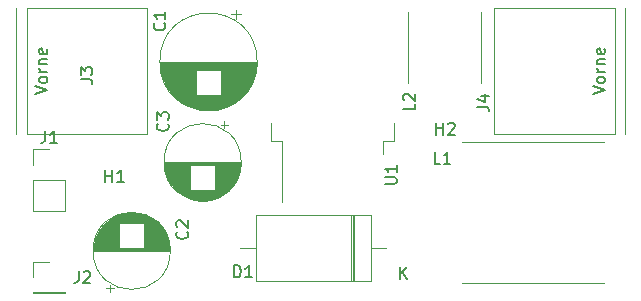
<source format=gbr>
G04 #@! TF.GenerationSoftware,KiCad,Pcbnew,(5.1.5)-3*
G04 #@! TF.CreationDate,2021-03-22T00:26:30+01:00*
G04 #@! TF.ProjectId,12V_to_5V,3132565f-746f-45f3-9556-2e6b69636164,rev?*
G04 #@! TF.SameCoordinates,Original*
G04 #@! TF.FileFunction,Legend,Top*
G04 #@! TF.FilePolarity,Positive*
%FSLAX46Y46*%
G04 Gerber Fmt 4.6, Leading zero omitted, Abs format (unit mm)*
G04 Created by KiCad (PCBNEW (5.1.5)-3) date 2021-03-22 00:26:30*
%MOMM*%
%LPD*%
G04 APERTURE LIST*
%ADD10C,0.120000*%
%ADD11C,0.150000*%
G04 APERTURE END LIST*
D10*
X85670000Y-87170000D02*
X87000000Y-87170000D01*
X85670000Y-88500000D02*
X85670000Y-87170000D01*
X85670000Y-89770000D02*
X88330000Y-89770000D01*
X88330000Y-89770000D02*
X88330000Y-92370000D01*
X85670000Y-89770000D02*
X85670000Y-92370000D01*
X85670000Y-92370000D02*
X88330000Y-92370000D01*
X95300000Y-75150000D02*
X95300000Y-85850000D01*
X95300000Y-85850000D02*
X85100000Y-85850000D01*
X85100000Y-85850000D02*
X85100000Y-75150000D01*
X85100000Y-75150000D02*
X95300000Y-75150000D01*
X84200000Y-85850000D02*
X84200000Y-75150000D01*
X105800000Y-84950000D02*
X105800000Y-86450000D01*
X105800000Y-86450000D02*
X106750000Y-86450000D01*
X106750000Y-86450000D02*
X106750000Y-91575000D01*
X116200000Y-84950000D02*
X116200000Y-86450000D01*
X116200000Y-86450000D02*
X115250000Y-86450000D01*
X115250000Y-86450000D02*
X115250000Y-87550000D01*
X104620000Y-79750000D02*
G75*
G03X104620000Y-79750000I-4120000J0D01*
G01*
X104580000Y-79750000D02*
X96420000Y-79750000D01*
X104580000Y-79790000D02*
X96420000Y-79790000D01*
X104580000Y-79830000D02*
X96420000Y-79830000D01*
X104579000Y-79870000D02*
X96421000Y-79870000D01*
X104577000Y-79910000D02*
X96423000Y-79910000D01*
X104576000Y-79950000D02*
X96424000Y-79950000D01*
X104574000Y-79990000D02*
X96426000Y-79990000D01*
X104571000Y-80030000D02*
X96429000Y-80030000D01*
X104568000Y-80070000D02*
X96432000Y-80070000D01*
X104565000Y-80110000D02*
X96435000Y-80110000D01*
X104561000Y-80150000D02*
X96439000Y-80150000D01*
X104557000Y-80190000D02*
X96443000Y-80190000D01*
X104552000Y-80230000D02*
X96448000Y-80230000D01*
X104548000Y-80270000D02*
X96452000Y-80270000D01*
X104542000Y-80310000D02*
X96458000Y-80310000D01*
X104537000Y-80350000D02*
X96463000Y-80350000D01*
X104530000Y-80390000D02*
X96470000Y-80390000D01*
X104524000Y-80430000D02*
X96476000Y-80430000D01*
X104517000Y-80471000D02*
X101540000Y-80471000D01*
X99460000Y-80471000D02*
X96483000Y-80471000D01*
X104510000Y-80511000D02*
X101540000Y-80511000D01*
X99460000Y-80511000D02*
X96490000Y-80511000D01*
X104502000Y-80551000D02*
X101540000Y-80551000D01*
X99460000Y-80551000D02*
X96498000Y-80551000D01*
X104494000Y-80591000D02*
X101540000Y-80591000D01*
X99460000Y-80591000D02*
X96506000Y-80591000D01*
X104485000Y-80631000D02*
X101540000Y-80631000D01*
X99460000Y-80631000D02*
X96515000Y-80631000D01*
X104476000Y-80671000D02*
X101540000Y-80671000D01*
X99460000Y-80671000D02*
X96524000Y-80671000D01*
X104467000Y-80711000D02*
X101540000Y-80711000D01*
X99460000Y-80711000D02*
X96533000Y-80711000D01*
X104457000Y-80751000D02*
X101540000Y-80751000D01*
X99460000Y-80751000D02*
X96543000Y-80751000D01*
X104447000Y-80791000D02*
X101540000Y-80791000D01*
X99460000Y-80791000D02*
X96553000Y-80791000D01*
X104436000Y-80831000D02*
X101540000Y-80831000D01*
X99460000Y-80831000D02*
X96564000Y-80831000D01*
X104425000Y-80871000D02*
X101540000Y-80871000D01*
X99460000Y-80871000D02*
X96575000Y-80871000D01*
X104414000Y-80911000D02*
X101540000Y-80911000D01*
X99460000Y-80911000D02*
X96586000Y-80911000D01*
X104402000Y-80951000D02*
X101540000Y-80951000D01*
X99460000Y-80951000D02*
X96598000Y-80951000D01*
X104389000Y-80991000D02*
X101540000Y-80991000D01*
X99460000Y-80991000D02*
X96611000Y-80991000D01*
X104377000Y-81031000D02*
X101540000Y-81031000D01*
X99460000Y-81031000D02*
X96623000Y-81031000D01*
X104363000Y-81071000D02*
X101540000Y-81071000D01*
X99460000Y-81071000D02*
X96637000Y-81071000D01*
X104350000Y-81111000D02*
X101540000Y-81111000D01*
X99460000Y-81111000D02*
X96650000Y-81111000D01*
X104335000Y-81151000D02*
X101540000Y-81151000D01*
X99460000Y-81151000D02*
X96665000Y-81151000D01*
X104321000Y-81191000D02*
X101540000Y-81191000D01*
X99460000Y-81191000D02*
X96679000Y-81191000D01*
X104305000Y-81231000D02*
X101540000Y-81231000D01*
X99460000Y-81231000D02*
X96695000Y-81231000D01*
X104290000Y-81271000D02*
X101540000Y-81271000D01*
X99460000Y-81271000D02*
X96710000Y-81271000D01*
X104274000Y-81311000D02*
X101540000Y-81311000D01*
X99460000Y-81311000D02*
X96726000Y-81311000D01*
X104257000Y-81351000D02*
X101540000Y-81351000D01*
X99460000Y-81351000D02*
X96743000Y-81351000D01*
X104240000Y-81391000D02*
X101540000Y-81391000D01*
X99460000Y-81391000D02*
X96760000Y-81391000D01*
X104222000Y-81431000D02*
X101540000Y-81431000D01*
X99460000Y-81431000D02*
X96778000Y-81431000D01*
X104204000Y-81471000D02*
X101540000Y-81471000D01*
X99460000Y-81471000D02*
X96796000Y-81471000D01*
X104186000Y-81511000D02*
X101540000Y-81511000D01*
X99460000Y-81511000D02*
X96814000Y-81511000D01*
X104166000Y-81551000D02*
X101540000Y-81551000D01*
X99460000Y-81551000D02*
X96834000Y-81551000D01*
X104147000Y-81591000D02*
X101540000Y-81591000D01*
X99460000Y-81591000D02*
X96853000Y-81591000D01*
X104127000Y-81631000D02*
X101540000Y-81631000D01*
X99460000Y-81631000D02*
X96873000Y-81631000D01*
X104106000Y-81671000D02*
X101540000Y-81671000D01*
X99460000Y-81671000D02*
X96894000Y-81671000D01*
X104084000Y-81711000D02*
X101540000Y-81711000D01*
X99460000Y-81711000D02*
X96916000Y-81711000D01*
X104062000Y-81751000D02*
X101540000Y-81751000D01*
X99460000Y-81751000D02*
X96938000Y-81751000D01*
X104040000Y-81791000D02*
X101540000Y-81791000D01*
X99460000Y-81791000D02*
X96960000Y-81791000D01*
X104017000Y-81831000D02*
X101540000Y-81831000D01*
X99460000Y-81831000D02*
X96983000Y-81831000D01*
X103993000Y-81871000D02*
X101540000Y-81871000D01*
X99460000Y-81871000D02*
X97007000Y-81871000D01*
X103969000Y-81911000D02*
X101540000Y-81911000D01*
X99460000Y-81911000D02*
X97031000Y-81911000D01*
X103944000Y-81951000D02*
X101540000Y-81951000D01*
X99460000Y-81951000D02*
X97056000Y-81951000D01*
X103918000Y-81991000D02*
X101540000Y-81991000D01*
X99460000Y-81991000D02*
X97082000Y-81991000D01*
X103892000Y-82031000D02*
X101540000Y-82031000D01*
X99460000Y-82031000D02*
X97108000Y-82031000D01*
X103865000Y-82071000D02*
X101540000Y-82071000D01*
X99460000Y-82071000D02*
X97135000Y-82071000D01*
X103838000Y-82111000D02*
X101540000Y-82111000D01*
X99460000Y-82111000D02*
X97162000Y-82111000D01*
X103809000Y-82151000D02*
X101540000Y-82151000D01*
X99460000Y-82151000D02*
X97191000Y-82151000D01*
X103780000Y-82191000D02*
X101540000Y-82191000D01*
X99460000Y-82191000D02*
X97220000Y-82191000D01*
X103750000Y-82231000D02*
X101540000Y-82231000D01*
X99460000Y-82231000D02*
X97250000Y-82231000D01*
X103720000Y-82271000D02*
X101540000Y-82271000D01*
X99460000Y-82271000D02*
X97280000Y-82271000D01*
X103689000Y-82311000D02*
X101540000Y-82311000D01*
X99460000Y-82311000D02*
X97311000Y-82311000D01*
X103656000Y-82351000D02*
X101540000Y-82351000D01*
X99460000Y-82351000D02*
X97344000Y-82351000D01*
X103624000Y-82391000D02*
X101540000Y-82391000D01*
X99460000Y-82391000D02*
X97376000Y-82391000D01*
X103590000Y-82431000D02*
X101540000Y-82431000D01*
X99460000Y-82431000D02*
X97410000Y-82431000D01*
X103555000Y-82471000D02*
X101540000Y-82471000D01*
X99460000Y-82471000D02*
X97445000Y-82471000D01*
X103519000Y-82511000D02*
X101540000Y-82511000D01*
X99460000Y-82511000D02*
X97481000Y-82511000D01*
X103483000Y-82551000D02*
X97517000Y-82551000D01*
X103445000Y-82591000D02*
X97555000Y-82591000D01*
X103407000Y-82631000D02*
X97593000Y-82631000D01*
X103367000Y-82671000D02*
X97633000Y-82671000D01*
X103326000Y-82711000D02*
X97674000Y-82711000D01*
X103284000Y-82751000D02*
X97716000Y-82751000D01*
X103241000Y-82791000D02*
X97759000Y-82791000D01*
X103197000Y-82831000D02*
X97803000Y-82831000D01*
X103151000Y-82871000D02*
X97849000Y-82871000D01*
X103104000Y-82911000D02*
X97896000Y-82911000D01*
X103056000Y-82951000D02*
X97944000Y-82951000D01*
X103005000Y-82991000D02*
X97995000Y-82991000D01*
X102954000Y-83031000D02*
X98046000Y-83031000D01*
X102900000Y-83071000D02*
X98100000Y-83071000D01*
X102845000Y-83111000D02*
X98155000Y-83111000D01*
X102787000Y-83151000D02*
X98213000Y-83151000D01*
X102728000Y-83191000D02*
X98272000Y-83191000D01*
X102666000Y-83231000D02*
X98334000Y-83231000D01*
X102602000Y-83271000D02*
X98398000Y-83271000D01*
X102534000Y-83311000D02*
X98466000Y-83311000D01*
X102464000Y-83351000D02*
X98536000Y-83351000D01*
X102390000Y-83391000D02*
X98610000Y-83391000D01*
X102313000Y-83431000D02*
X98687000Y-83431000D01*
X102231000Y-83471000D02*
X98769000Y-83471000D01*
X102145000Y-83511000D02*
X98855000Y-83511000D01*
X102052000Y-83551000D02*
X98948000Y-83551000D01*
X101953000Y-83591000D02*
X99047000Y-83591000D01*
X101846000Y-83631000D02*
X99154000Y-83631000D01*
X101729000Y-83671000D02*
X99271000Y-83671000D01*
X101598000Y-83711000D02*
X99402000Y-83711000D01*
X101448000Y-83751000D02*
X99552000Y-83751000D01*
X101268000Y-83791000D02*
X99732000Y-83791000D01*
X101033000Y-83831000D02*
X99967000Y-83831000D01*
X102815000Y-75340302D02*
X102815000Y-76140302D01*
X103215000Y-75740302D02*
X102415000Y-75740302D01*
X97270000Y-95750000D02*
G75*
G03X97270000Y-95750000I-3270000J0D01*
G01*
X90770000Y-95750000D02*
X97230000Y-95750000D01*
X90770000Y-95710000D02*
X97230000Y-95710000D01*
X90770000Y-95670000D02*
X97230000Y-95670000D01*
X90772000Y-95630000D02*
X97228000Y-95630000D01*
X90773000Y-95590000D02*
X97227000Y-95590000D01*
X90776000Y-95550000D02*
X97224000Y-95550000D01*
X90778000Y-95510000D02*
X92960000Y-95510000D01*
X95040000Y-95510000D02*
X97222000Y-95510000D01*
X90782000Y-95470000D02*
X92960000Y-95470000D01*
X95040000Y-95470000D02*
X97218000Y-95470000D01*
X90785000Y-95430000D02*
X92960000Y-95430000D01*
X95040000Y-95430000D02*
X97215000Y-95430000D01*
X90789000Y-95390000D02*
X92960000Y-95390000D01*
X95040000Y-95390000D02*
X97211000Y-95390000D01*
X90794000Y-95350000D02*
X92960000Y-95350000D01*
X95040000Y-95350000D02*
X97206000Y-95350000D01*
X90799000Y-95310000D02*
X92960000Y-95310000D01*
X95040000Y-95310000D02*
X97201000Y-95310000D01*
X90805000Y-95270000D02*
X92960000Y-95270000D01*
X95040000Y-95270000D02*
X97195000Y-95270000D01*
X90811000Y-95230000D02*
X92960000Y-95230000D01*
X95040000Y-95230000D02*
X97189000Y-95230000D01*
X90818000Y-95190000D02*
X92960000Y-95190000D01*
X95040000Y-95190000D02*
X97182000Y-95190000D01*
X90825000Y-95150000D02*
X92960000Y-95150000D01*
X95040000Y-95150000D02*
X97175000Y-95150000D01*
X90833000Y-95110000D02*
X92960000Y-95110000D01*
X95040000Y-95110000D02*
X97167000Y-95110000D01*
X90841000Y-95070000D02*
X92960000Y-95070000D01*
X95040000Y-95070000D02*
X97159000Y-95070000D01*
X90850000Y-95029000D02*
X92960000Y-95029000D01*
X95040000Y-95029000D02*
X97150000Y-95029000D01*
X90859000Y-94989000D02*
X92960000Y-94989000D01*
X95040000Y-94989000D02*
X97141000Y-94989000D01*
X90869000Y-94949000D02*
X92960000Y-94949000D01*
X95040000Y-94949000D02*
X97131000Y-94949000D01*
X90879000Y-94909000D02*
X92960000Y-94909000D01*
X95040000Y-94909000D02*
X97121000Y-94909000D01*
X90890000Y-94869000D02*
X92960000Y-94869000D01*
X95040000Y-94869000D02*
X97110000Y-94869000D01*
X90902000Y-94829000D02*
X92960000Y-94829000D01*
X95040000Y-94829000D02*
X97098000Y-94829000D01*
X90914000Y-94789000D02*
X92960000Y-94789000D01*
X95040000Y-94789000D02*
X97086000Y-94789000D01*
X90926000Y-94749000D02*
X92960000Y-94749000D01*
X95040000Y-94749000D02*
X97074000Y-94749000D01*
X90939000Y-94709000D02*
X92960000Y-94709000D01*
X95040000Y-94709000D02*
X97061000Y-94709000D01*
X90953000Y-94669000D02*
X92960000Y-94669000D01*
X95040000Y-94669000D02*
X97047000Y-94669000D01*
X90967000Y-94629000D02*
X92960000Y-94629000D01*
X95040000Y-94629000D02*
X97033000Y-94629000D01*
X90982000Y-94589000D02*
X92960000Y-94589000D01*
X95040000Y-94589000D02*
X97018000Y-94589000D01*
X90998000Y-94549000D02*
X92960000Y-94549000D01*
X95040000Y-94549000D02*
X97002000Y-94549000D01*
X91014000Y-94509000D02*
X92960000Y-94509000D01*
X95040000Y-94509000D02*
X96986000Y-94509000D01*
X91030000Y-94469000D02*
X92960000Y-94469000D01*
X95040000Y-94469000D02*
X96970000Y-94469000D01*
X91048000Y-94429000D02*
X92960000Y-94429000D01*
X95040000Y-94429000D02*
X96952000Y-94429000D01*
X91066000Y-94389000D02*
X92960000Y-94389000D01*
X95040000Y-94389000D02*
X96934000Y-94389000D01*
X91084000Y-94349000D02*
X92960000Y-94349000D01*
X95040000Y-94349000D02*
X96916000Y-94349000D01*
X91104000Y-94309000D02*
X92960000Y-94309000D01*
X95040000Y-94309000D02*
X96896000Y-94309000D01*
X91124000Y-94269000D02*
X92960000Y-94269000D01*
X95040000Y-94269000D02*
X96876000Y-94269000D01*
X91144000Y-94229000D02*
X92960000Y-94229000D01*
X95040000Y-94229000D02*
X96856000Y-94229000D01*
X91166000Y-94189000D02*
X92960000Y-94189000D01*
X95040000Y-94189000D02*
X96834000Y-94189000D01*
X91188000Y-94149000D02*
X92960000Y-94149000D01*
X95040000Y-94149000D02*
X96812000Y-94149000D01*
X91210000Y-94109000D02*
X92960000Y-94109000D01*
X95040000Y-94109000D02*
X96790000Y-94109000D01*
X91234000Y-94069000D02*
X92960000Y-94069000D01*
X95040000Y-94069000D02*
X96766000Y-94069000D01*
X91258000Y-94029000D02*
X92960000Y-94029000D01*
X95040000Y-94029000D02*
X96742000Y-94029000D01*
X91284000Y-93989000D02*
X92960000Y-93989000D01*
X95040000Y-93989000D02*
X96716000Y-93989000D01*
X91310000Y-93949000D02*
X92960000Y-93949000D01*
X95040000Y-93949000D02*
X96690000Y-93949000D01*
X91336000Y-93909000D02*
X92960000Y-93909000D01*
X95040000Y-93909000D02*
X96664000Y-93909000D01*
X91364000Y-93869000D02*
X92960000Y-93869000D01*
X95040000Y-93869000D02*
X96636000Y-93869000D01*
X91393000Y-93829000D02*
X92960000Y-93829000D01*
X95040000Y-93829000D02*
X96607000Y-93829000D01*
X91422000Y-93789000D02*
X92960000Y-93789000D01*
X95040000Y-93789000D02*
X96578000Y-93789000D01*
X91452000Y-93749000D02*
X92960000Y-93749000D01*
X95040000Y-93749000D02*
X96548000Y-93749000D01*
X91484000Y-93709000D02*
X92960000Y-93709000D01*
X95040000Y-93709000D02*
X96516000Y-93709000D01*
X91516000Y-93669000D02*
X92960000Y-93669000D01*
X95040000Y-93669000D02*
X96484000Y-93669000D01*
X91550000Y-93629000D02*
X92960000Y-93629000D01*
X95040000Y-93629000D02*
X96450000Y-93629000D01*
X91584000Y-93589000D02*
X92960000Y-93589000D01*
X95040000Y-93589000D02*
X96416000Y-93589000D01*
X91620000Y-93549000D02*
X92960000Y-93549000D01*
X95040000Y-93549000D02*
X96380000Y-93549000D01*
X91657000Y-93509000D02*
X92960000Y-93509000D01*
X95040000Y-93509000D02*
X96343000Y-93509000D01*
X91695000Y-93469000D02*
X92960000Y-93469000D01*
X95040000Y-93469000D02*
X96305000Y-93469000D01*
X91735000Y-93429000D02*
X96265000Y-93429000D01*
X91776000Y-93389000D02*
X96224000Y-93389000D01*
X91818000Y-93349000D02*
X96182000Y-93349000D01*
X91863000Y-93309000D02*
X96137000Y-93309000D01*
X91908000Y-93269000D02*
X96092000Y-93269000D01*
X91956000Y-93229000D02*
X96044000Y-93229000D01*
X92005000Y-93189000D02*
X95995000Y-93189000D01*
X92056000Y-93149000D02*
X95944000Y-93149000D01*
X92110000Y-93109000D02*
X95890000Y-93109000D01*
X92166000Y-93069000D02*
X95834000Y-93069000D01*
X92224000Y-93029000D02*
X95776000Y-93029000D01*
X92286000Y-92989000D02*
X95714000Y-92989000D01*
X92350000Y-92949000D02*
X95650000Y-92949000D01*
X92419000Y-92909000D02*
X95581000Y-92909000D01*
X92491000Y-92869000D02*
X95509000Y-92869000D01*
X92568000Y-92829000D02*
X95432000Y-92829000D01*
X92650000Y-92789000D02*
X95350000Y-92789000D01*
X92738000Y-92749000D02*
X95262000Y-92749000D01*
X92835000Y-92709000D02*
X95165000Y-92709000D01*
X92941000Y-92669000D02*
X95059000Y-92669000D01*
X93060000Y-92629000D02*
X94940000Y-92629000D01*
X93198000Y-92589000D02*
X94802000Y-92589000D01*
X93367000Y-92549000D02*
X94633000Y-92549000D01*
X93598000Y-92509000D02*
X94402000Y-92509000D01*
X92161000Y-99250241D02*
X92161000Y-98620241D01*
X91846000Y-98935241D02*
X92476000Y-98935241D01*
X102154000Y-85064759D02*
X101524000Y-85064759D01*
X101839000Y-84749759D02*
X101839000Y-85379759D01*
X100402000Y-91491000D02*
X99598000Y-91491000D01*
X100633000Y-91451000D02*
X99367000Y-91451000D01*
X100802000Y-91411000D02*
X99198000Y-91411000D01*
X100940000Y-91371000D02*
X99060000Y-91371000D01*
X101059000Y-91331000D02*
X98941000Y-91331000D01*
X101165000Y-91291000D02*
X98835000Y-91291000D01*
X101262000Y-91251000D02*
X98738000Y-91251000D01*
X101350000Y-91211000D02*
X98650000Y-91211000D01*
X101432000Y-91171000D02*
X98568000Y-91171000D01*
X101509000Y-91131000D02*
X98491000Y-91131000D01*
X101581000Y-91091000D02*
X98419000Y-91091000D01*
X101650000Y-91051000D02*
X98350000Y-91051000D01*
X101714000Y-91011000D02*
X98286000Y-91011000D01*
X101776000Y-90971000D02*
X98224000Y-90971000D01*
X101834000Y-90931000D02*
X98166000Y-90931000D01*
X101890000Y-90891000D02*
X98110000Y-90891000D01*
X101944000Y-90851000D02*
X98056000Y-90851000D01*
X101995000Y-90811000D02*
X98005000Y-90811000D01*
X102044000Y-90771000D02*
X97956000Y-90771000D01*
X102092000Y-90731000D02*
X97908000Y-90731000D01*
X102137000Y-90691000D02*
X97863000Y-90691000D01*
X102182000Y-90651000D02*
X97818000Y-90651000D01*
X102224000Y-90611000D02*
X97776000Y-90611000D01*
X102265000Y-90571000D02*
X97735000Y-90571000D01*
X98960000Y-90531000D02*
X97695000Y-90531000D01*
X102305000Y-90531000D02*
X101040000Y-90531000D01*
X98960000Y-90491000D02*
X97657000Y-90491000D01*
X102343000Y-90491000D02*
X101040000Y-90491000D01*
X98960000Y-90451000D02*
X97620000Y-90451000D01*
X102380000Y-90451000D02*
X101040000Y-90451000D01*
X98960000Y-90411000D02*
X97584000Y-90411000D01*
X102416000Y-90411000D02*
X101040000Y-90411000D01*
X98960000Y-90371000D02*
X97550000Y-90371000D01*
X102450000Y-90371000D02*
X101040000Y-90371000D01*
X98960000Y-90331000D02*
X97516000Y-90331000D01*
X102484000Y-90331000D02*
X101040000Y-90331000D01*
X98960000Y-90291000D02*
X97484000Y-90291000D01*
X102516000Y-90291000D02*
X101040000Y-90291000D01*
X98960000Y-90251000D02*
X97452000Y-90251000D01*
X102548000Y-90251000D02*
X101040000Y-90251000D01*
X98960000Y-90211000D02*
X97422000Y-90211000D01*
X102578000Y-90211000D02*
X101040000Y-90211000D01*
X98960000Y-90171000D02*
X97393000Y-90171000D01*
X102607000Y-90171000D02*
X101040000Y-90171000D01*
X98960000Y-90131000D02*
X97364000Y-90131000D01*
X102636000Y-90131000D02*
X101040000Y-90131000D01*
X98960000Y-90091000D02*
X97336000Y-90091000D01*
X102664000Y-90091000D02*
X101040000Y-90091000D01*
X98960000Y-90051000D02*
X97310000Y-90051000D01*
X102690000Y-90051000D02*
X101040000Y-90051000D01*
X98960000Y-90011000D02*
X97284000Y-90011000D01*
X102716000Y-90011000D02*
X101040000Y-90011000D01*
X98960000Y-89971000D02*
X97258000Y-89971000D01*
X102742000Y-89971000D02*
X101040000Y-89971000D01*
X98960000Y-89931000D02*
X97234000Y-89931000D01*
X102766000Y-89931000D02*
X101040000Y-89931000D01*
X98960000Y-89891000D02*
X97210000Y-89891000D01*
X102790000Y-89891000D02*
X101040000Y-89891000D01*
X98960000Y-89851000D02*
X97188000Y-89851000D01*
X102812000Y-89851000D02*
X101040000Y-89851000D01*
X98960000Y-89811000D02*
X97166000Y-89811000D01*
X102834000Y-89811000D02*
X101040000Y-89811000D01*
X98960000Y-89771000D02*
X97144000Y-89771000D01*
X102856000Y-89771000D02*
X101040000Y-89771000D01*
X98960000Y-89731000D02*
X97124000Y-89731000D01*
X102876000Y-89731000D02*
X101040000Y-89731000D01*
X98960000Y-89691000D02*
X97104000Y-89691000D01*
X102896000Y-89691000D02*
X101040000Y-89691000D01*
X98960000Y-89651000D02*
X97084000Y-89651000D01*
X102916000Y-89651000D02*
X101040000Y-89651000D01*
X98960000Y-89611000D02*
X97066000Y-89611000D01*
X102934000Y-89611000D02*
X101040000Y-89611000D01*
X98960000Y-89571000D02*
X97048000Y-89571000D01*
X102952000Y-89571000D02*
X101040000Y-89571000D01*
X98960000Y-89531000D02*
X97030000Y-89531000D01*
X102970000Y-89531000D02*
X101040000Y-89531000D01*
X98960000Y-89491000D02*
X97014000Y-89491000D01*
X102986000Y-89491000D02*
X101040000Y-89491000D01*
X98960000Y-89451000D02*
X96998000Y-89451000D01*
X103002000Y-89451000D02*
X101040000Y-89451000D01*
X98960000Y-89411000D02*
X96982000Y-89411000D01*
X103018000Y-89411000D02*
X101040000Y-89411000D01*
X98960000Y-89371000D02*
X96967000Y-89371000D01*
X103033000Y-89371000D02*
X101040000Y-89371000D01*
X98960000Y-89331000D02*
X96953000Y-89331000D01*
X103047000Y-89331000D02*
X101040000Y-89331000D01*
X98960000Y-89291000D02*
X96939000Y-89291000D01*
X103061000Y-89291000D02*
X101040000Y-89291000D01*
X98960000Y-89251000D02*
X96926000Y-89251000D01*
X103074000Y-89251000D02*
X101040000Y-89251000D01*
X98960000Y-89211000D02*
X96914000Y-89211000D01*
X103086000Y-89211000D02*
X101040000Y-89211000D01*
X98960000Y-89171000D02*
X96902000Y-89171000D01*
X103098000Y-89171000D02*
X101040000Y-89171000D01*
X98960000Y-89131000D02*
X96890000Y-89131000D01*
X103110000Y-89131000D02*
X101040000Y-89131000D01*
X98960000Y-89091000D02*
X96879000Y-89091000D01*
X103121000Y-89091000D02*
X101040000Y-89091000D01*
X98960000Y-89051000D02*
X96869000Y-89051000D01*
X103131000Y-89051000D02*
X101040000Y-89051000D01*
X98960000Y-89011000D02*
X96859000Y-89011000D01*
X103141000Y-89011000D02*
X101040000Y-89011000D01*
X98960000Y-88971000D02*
X96850000Y-88971000D01*
X103150000Y-88971000D02*
X101040000Y-88971000D01*
X98960000Y-88930000D02*
X96841000Y-88930000D01*
X103159000Y-88930000D02*
X101040000Y-88930000D01*
X98960000Y-88890000D02*
X96833000Y-88890000D01*
X103167000Y-88890000D02*
X101040000Y-88890000D01*
X98960000Y-88850000D02*
X96825000Y-88850000D01*
X103175000Y-88850000D02*
X101040000Y-88850000D01*
X98960000Y-88810000D02*
X96818000Y-88810000D01*
X103182000Y-88810000D02*
X101040000Y-88810000D01*
X98960000Y-88770000D02*
X96811000Y-88770000D01*
X103189000Y-88770000D02*
X101040000Y-88770000D01*
X98960000Y-88730000D02*
X96805000Y-88730000D01*
X103195000Y-88730000D02*
X101040000Y-88730000D01*
X98960000Y-88690000D02*
X96799000Y-88690000D01*
X103201000Y-88690000D02*
X101040000Y-88690000D01*
X98960000Y-88650000D02*
X96794000Y-88650000D01*
X103206000Y-88650000D02*
X101040000Y-88650000D01*
X98960000Y-88610000D02*
X96789000Y-88610000D01*
X103211000Y-88610000D02*
X101040000Y-88610000D01*
X98960000Y-88570000D02*
X96785000Y-88570000D01*
X103215000Y-88570000D02*
X101040000Y-88570000D01*
X98960000Y-88530000D02*
X96782000Y-88530000D01*
X103218000Y-88530000D02*
X101040000Y-88530000D01*
X98960000Y-88490000D02*
X96778000Y-88490000D01*
X103222000Y-88490000D02*
X101040000Y-88490000D01*
X103224000Y-88450000D02*
X96776000Y-88450000D01*
X103227000Y-88410000D02*
X96773000Y-88410000D01*
X103228000Y-88370000D02*
X96772000Y-88370000D01*
X103230000Y-88330000D02*
X96770000Y-88330000D01*
X103230000Y-88290000D02*
X96770000Y-88290000D01*
X103230000Y-88250000D02*
X96770000Y-88250000D01*
X103270000Y-88250000D02*
G75*
G03X103270000Y-88250000I-3270000J0D01*
G01*
X114260000Y-98285000D02*
X114260000Y-92715000D01*
X114260000Y-92715000D02*
X104500000Y-92715000D01*
X104500000Y-92715000D02*
X104500000Y-98285000D01*
X104500000Y-98285000D02*
X114260000Y-98285000D01*
X115560000Y-95500000D02*
X114260000Y-95500000D01*
X103200000Y-95500000D02*
X104500000Y-95500000D01*
X112712000Y-98285000D02*
X112712000Y-92715000D01*
X112592000Y-98285000D02*
X112592000Y-92715000D01*
X112832000Y-98285000D02*
X112832000Y-92715000D01*
X135800000Y-75150000D02*
X135800000Y-85850000D01*
X134900000Y-85850000D02*
X124700000Y-85850000D01*
X134900000Y-75150000D02*
X134900000Y-85850000D01*
X124700000Y-75150000D02*
X134900000Y-75150000D01*
X124700000Y-85850000D02*
X124700000Y-75150000D01*
X134000000Y-98500000D02*
X122000000Y-98500000D01*
X134000000Y-86500000D02*
X122000000Y-86500000D01*
X123600000Y-75500000D02*
X123600000Y-81500000D01*
X117400000Y-81500000D02*
X117400000Y-75500000D01*
X85670000Y-99330000D02*
X88330000Y-99330000D01*
X85670000Y-99270000D02*
X85670000Y-99330000D01*
X88330000Y-99270000D02*
X88330000Y-99330000D01*
X85670000Y-99270000D02*
X88330000Y-99270000D01*
X85670000Y-98000000D02*
X85670000Y-96670000D01*
X85670000Y-96670000D02*
X87000000Y-96670000D01*
D11*
X119786495Y-85915380D02*
X119786495Y-84915380D01*
X119786495Y-85391571D02*
X120357923Y-85391571D01*
X120357923Y-85915380D02*
X120357923Y-84915380D01*
X120786495Y-85010619D02*
X120834114Y-84963000D01*
X120929352Y-84915380D01*
X121167447Y-84915380D01*
X121262685Y-84963000D01*
X121310304Y-85010619D01*
X121357923Y-85105857D01*
X121357923Y-85201095D01*
X121310304Y-85343952D01*
X120738876Y-85915380D01*
X121357923Y-85915380D01*
X91770295Y-89903180D02*
X91770295Y-88903180D01*
X91770295Y-89379371D02*
X92341723Y-89379371D01*
X92341723Y-89903180D02*
X92341723Y-88903180D01*
X93341723Y-89903180D02*
X92770295Y-89903180D01*
X93056009Y-89903180D02*
X93056009Y-88903180D01*
X92960771Y-89046038D01*
X92865533Y-89141276D01*
X92770295Y-89188895D01*
X86666666Y-85622380D02*
X86666666Y-86336666D01*
X86619047Y-86479523D01*
X86523809Y-86574761D01*
X86380952Y-86622380D01*
X86285714Y-86622380D01*
X87666666Y-86622380D02*
X87095238Y-86622380D01*
X87380952Y-86622380D02*
X87380952Y-85622380D01*
X87285714Y-85765238D01*
X87190476Y-85860476D01*
X87095238Y-85908095D01*
X89677380Y-81208333D02*
X90391666Y-81208333D01*
X90534523Y-81255952D01*
X90629761Y-81351190D01*
X90677380Y-81494047D01*
X90677380Y-81589285D01*
X89677380Y-80827380D02*
X89677380Y-80208333D01*
X90058333Y-80541666D01*
X90058333Y-80398809D01*
X90105952Y-80303571D01*
X90153571Y-80255952D01*
X90248809Y-80208333D01*
X90486904Y-80208333D01*
X90582142Y-80255952D01*
X90629761Y-80303571D01*
X90677380Y-80398809D01*
X90677380Y-80684523D01*
X90629761Y-80779761D01*
X90582142Y-80827380D01*
X85842380Y-82476190D02*
X86842380Y-82142857D01*
X85842380Y-81809523D01*
X86842380Y-81333333D02*
X86794761Y-81428571D01*
X86747142Y-81476190D01*
X86651904Y-81523809D01*
X86366190Y-81523809D01*
X86270952Y-81476190D01*
X86223333Y-81428571D01*
X86175714Y-81333333D01*
X86175714Y-81190476D01*
X86223333Y-81095238D01*
X86270952Y-81047619D01*
X86366190Y-81000000D01*
X86651904Y-81000000D01*
X86747142Y-81047619D01*
X86794761Y-81095238D01*
X86842380Y-81190476D01*
X86842380Y-81333333D01*
X86842380Y-80571428D02*
X86175714Y-80571428D01*
X86366190Y-80571428D02*
X86270952Y-80523809D01*
X86223333Y-80476190D01*
X86175714Y-80380952D01*
X86175714Y-80285714D01*
X86175714Y-79952380D02*
X86842380Y-79952380D01*
X86270952Y-79952380D02*
X86223333Y-79904761D01*
X86175714Y-79809523D01*
X86175714Y-79666666D01*
X86223333Y-79571428D01*
X86318571Y-79523809D01*
X86842380Y-79523809D01*
X86794761Y-78666666D02*
X86842380Y-78761904D01*
X86842380Y-78952380D01*
X86794761Y-79047619D01*
X86699523Y-79095238D01*
X86318571Y-79095238D01*
X86223333Y-79047619D01*
X86175714Y-78952380D01*
X86175714Y-78761904D01*
X86223333Y-78666666D01*
X86318571Y-78619047D01*
X86413809Y-78619047D01*
X86509047Y-79095238D01*
X115428780Y-90093704D02*
X116238304Y-90093704D01*
X116333542Y-90046085D01*
X116381161Y-89998466D01*
X116428780Y-89903228D01*
X116428780Y-89712752D01*
X116381161Y-89617514D01*
X116333542Y-89569895D01*
X116238304Y-89522276D01*
X115428780Y-89522276D01*
X116428780Y-88522276D02*
X116428780Y-89093704D01*
X116428780Y-88807990D02*
X115428780Y-88807990D01*
X115571638Y-88903228D01*
X115666876Y-88998466D01*
X115714495Y-89093704D01*
X96750142Y-76468266D02*
X96797761Y-76515885D01*
X96845380Y-76658742D01*
X96845380Y-76753980D01*
X96797761Y-76896838D01*
X96702523Y-76992076D01*
X96607285Y-77039695D01*
X96416809Y-77087314D01*
X96273952Y-77087314D01*
X96083476Y-77039695D01*
X95988238Y-76992076D01*
X95893000Y-76896838D01*
X95845380Y-76753980D01*
X95845380Y-76658742D01*
X95893000Y-76515885D01*
X95940619Y-76468266D01*
X96845380Y-75515885D02*
X96845380Y-76087314D01*
X96845380Y-75801600D02*
X95845380Y-75801600D01*
X95988238Y-75896838D01*
X96083476Y-75992076D01*
X96131095Y-76087314D01*
X98680542Y-94121266D02*
X98728161Y-94168885D01*
X98775780Y-94311742D01*
X98775780Y-94406980D01*
X98728161Y-94549838D01*
X98632923Y-94645076D01*
X98537685Y-94692695D01*
X98347209Y-94740314D01*
X98204352Y-94740314D01*
X98013876Y-94692695D01*
X97918638Y-94645076D01*
X97823400Y-94549838D01*
X97775780Y-94406980D01*
X97775780Y-94311742D01*
X97823400Y-94168885D01*
X97871019Y-94121266D01*
X97871019Y-93740314D02*
X97823400Y-93692695D01*
X97775780Y-93597457D01*
X97775780Y-93359361D01*
X97823400Y-93264123D01*
X97871019Y-93216504D01*
X97966257Y-93168885D01*
X98061495Y-93168885D01*
X98204352Y-93216504D01*
X98775780Y-93787933D01*
X98775780Y-93168885D01*
X97029542Y-84977266D02*
X97077161Y-85024885D01*
X97124780Y-85167742D01*
X97124780Y-85262980D01*
X97077161Y-85405838D01*
X96981923Y-85501076D01*
X96886685Y-85548695D01*
X96696209Y-85596314D01*
X96553352Y-85596314D01*
X96362876Y-85548695D01*
X96267638Y-85501076D01*
X96172400Y-85405838D01*
X96124780Y-85262980D01*
X96124780Y-85167742D01*
X96172400Y-85024885D01*
X96220019Y-84977266D01*
X96124780Y-84643933D02*
X96124780Y-84024885D01*
X96505733Y-84358219D01*
X96505733Y-84215361D01*
X96553352Y-84120123D01*
X96600971Y-84072504D01*
X96696209Y-84024885D01*
X96934304Y-84024885D01*
X97029542Y-84072504D01*
X97077161Y-84120123D01*
X97124780Y-84215361D01*
X97124780Y-84501076D01*
X97077161Y-84596314D01*
X97029542Y-84643933D01*
X102665304Y-97988380D02*
X102665304Y-96988380D01*
X102903400Y-96988380D01*
X103046257Y-97036000D01*
X103141495Y-97131238D01*
X103189114Y-97226476D01*
X103236733Y-97416952D01*
X103236733Y-97559809D01*
X103189114Y-97750285D01*
X103141495Y-97845523D01*
X103046257Y-97940761D01*
X102903400Y-97988380D01*
X102665304Y-97988380D01*
X104189114Y-97988380D02*
X103617685Y-97988380D01*
X103903400Y-97988380D02*
X103903400Y-96988380D01*
X103808161Y-97131238D01*
X103712923Y-97226476D01*
X103617685Y-97274095D01*
X116738095Y-98152380D02*
X116738095Y-97152380D01*
X117309523Y-98152380D02*
X116880952Y-97580952D01*
X117309523Y-97152380D02*
X116738095Y-97723809D01*
X123251980Y-83543733D02*
X123966266Y-83543733D01*
X124109123Y-83591352D01*
X124204361Y-83686590D01*
X124251980Y-83829447D01*
X124251980Y-83924685D01*
X123585314Y-82638971D02*
X124251980Y-82638971D01*
X123204361Y-82877066D02*
X123918647Y-83115161D01*
X123918647Y-82496114D01*
X133062380Y-82476190D02*
X134062380Y-82142857D01*
X133062380Y-81809523D01*
X134062380Y-81333333D02*
X134014761Y-81428571D01*
X133967142Y-81476190D01*
X133871904Y-81523809D01*
X133586190Y-81523809D01*
X133490952Y-81476190D01*
X133443333Y-81428571D01*
X133395714Y-81333333D01*
X133395714Y-81190476D01*
X133443333Y-81095238D01*
X133490952Y-81047619D01*
X133586190Y-81000000D01*
X133871904Y-81000000D01*
X133967142Y-81047619D01*
X134014761Y-81095238D01*
X134062380Y-81190476D01*
X134062380Y-81333333D01*
X134062380Y-80571428D02*
X133395714Y-80571428D01*
X133586190Y-80571428D02*
X133490952Y-80523809D01*
X133443333Y-80476190D01*
X133395714Y-80380952D01*
X133395714Y-80285714D01*
X133395714Y-79952380D02*
X134062380Y-79952380D01*
X133490952Y-79952380D02*
X133443333Y-79904761D01*
X133395714Y-79809523D01*
X133395714Y-79666666D01*
X133443333Y-79571428D01*
X133538571Y-79523809D01*
X134062380Y-79523809D01*
X134014761Y-78666666D02*
X134062380Y-78761904D01*
X134062380Y-78952380D01*
X134014761Y-79047619D01*
X133919523Y-79095238D01*
X133538571Y-79095238D01*
X133443333Y-79047619D01*
X133395714Y-78952380D01*
X133395714Y-78761904D01*
X133443333Y-78666666D01*
X133538571Y-78619047D01*
X133633809Y-78619047D01*
X133729047Y-79095238D01*
X120127733Y-88387180D02*
X119651542Y-88387180D01*
X119651542Y-87387180D01*
X120984876Y-88387180D02*
X120413447Y-88387180D01*
X120699161Y-88387180D02*
X120699161Y-87387180D01*
X120603923Y-87530038D01*
X120508685Y-87625276D01*
X120413447Y-87672895D01*
X117978180Y-83300866D02*
X117978180Y-83777057D01*
X116978180Y-83777057D01*
X117073419Y-83015152D02*
X117025800Y-82967533D01*
X116978180Y-82872295D01*
X116978180Y-82634200D01*
X117025800Y-82538961D01*
X117073419Y-82491342D01*
X117168657Y-82443723D01*
X117263895Y-82443723D01*
X117406752Y-82491342D01*
X117978180Y-83062771D01*
X117978180Y-82443723D01*
X89506466Y-97470980D02*
X89506466Y-98185266D01*
X89458847Y-98328123D01*
X89363609Y-98423361D01*
X89220752Y-98470980D01*
X89125514Y-98470980D01*
X89935038Y-97566219D02*
X89982657Y-97518600D01*
X90077895Y-97470980D01*
X90315990Y-97470980D01*
X90411228Y-97518600D01*
X90458847Y-97566219D01*
X90506466Y-97661457D01*
X90506466Y-97756695D01*
X90458847Y-97899552D01*
X89887419Y-98470980D01*
X90506466Y-98470980D01*
M02*

</source>
